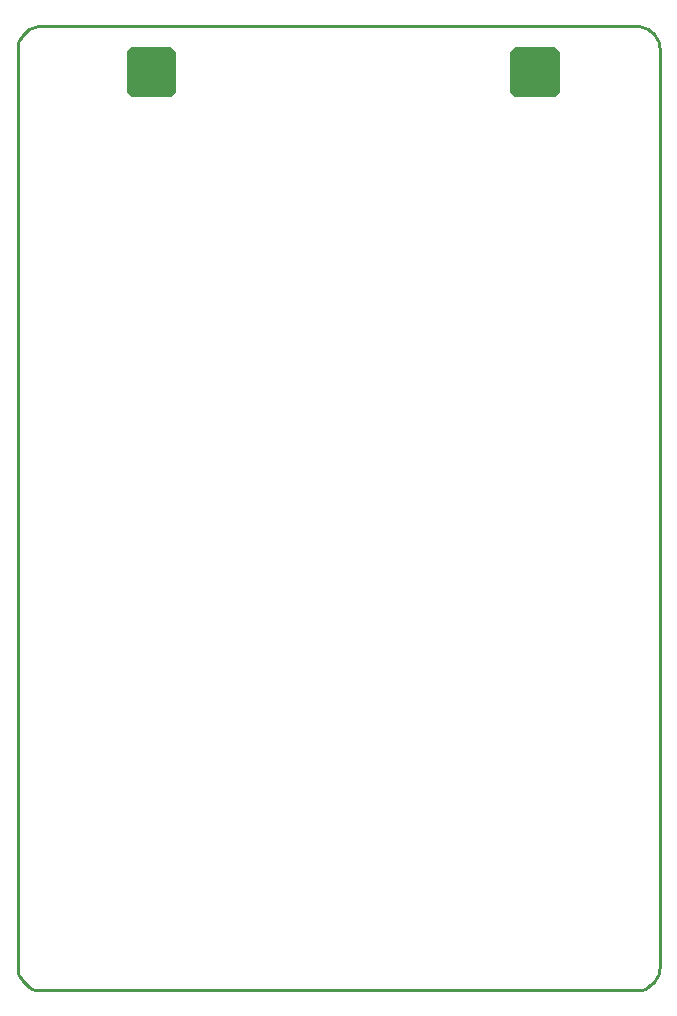
<source format=gko>
G04*
G04 #@! TF.GenerationSoftware,Altium Limited,Altium Designer,23.8.1 (32)*
G04*
G04 Layer_Color=16711935*
%FSLAX44Y44*%
%MOMM*%
G71*
G04*
G04 #@! TF.SameCoordinates,C7883470-4D28-45A4-81C0-78593BF10AE1*
G04*
G04*
G04 #@! TF.FilePolarity,Positive*
G04*
G01*
G75*
%ADD14C,0.2540*%
G36*
X988882Y1512038D02*
X985072Y1508228D01*
Y1474192D01*
X988882Y1470382D01*
X1022918D01*
X1026728Y1474192D01*
Y1508228D01*
X1022918Y1512038D01*
X988882D01*
D02*
G37*
G36*
X1347918D02*
X1351728Y1508228D01*
Y1474192D01*
X1347918Y1470382D01*
X1313882D01*
X1310072Y1474192D01*
Y1508228D01*
X1313882Y1512038D01*
X1347918D01*
D02*
G37*
D14*
X1436370Y1510350D02*
X1436199Y1512961D01*
X1435688Y1515526D01*
X1434848Y1518004D01*
X1433690Y1520350D01*
X1432237Y1522525D01*
X1430512Y1524492D01*
X1428545Y1526217D01*
X1426370Y1527670D01*
X1424024Y1528828D01*
X1421546Y1529668D01*
X1418981Y1530179D01*
X1416370Y1530350D01*
Y713740D02*
X1418981Y713911D01*
X1421546Y714421D01*
X1424024Y715262D01*
X1426370Y716420D01*
X1428545Y717873D01*
X1430512Y719598D01*
X1432237Y721565D01*
X1433690Y723740D01*
X1434848Y726086D01*
X1435688Y728564D01*
X1436199Y731130D01*
X1436370Y733740D01*
X912810Y1530350D02*
X910200Y1530179D01*
X907634Y1529668D01*
X905156Y1528828D01*
X902810Y1527670D01*
X900635Y1526217D01*
X898668Y1524492D01*
X896943Y1522525D01*
X895490Y1520350D01*
X894332Y1518004D01*
X893492Y1515526D01*
X892981Y1512961D01*
X892810Y1510350D01*
Y733740D02*
X892981Y731130D01*
X893492Y728564D01*
X894332Y726086D01*
X895490Y723740D01*
X896943Y721565D01*
X898668Y719598D01*
X900635Y717873D01*
X902810Y716420D01*
X905156Y715262D01*
X907634Y714421D01*
X910200Y713911D01*
X912810Y713740D01*
X1416370D01*
X912810Y1530350D02*
X1416370D01*
X1436370Y733740D02*
Y1510350D01*
X892810Y733740D02*
Y1510350D01*
M02*

</source>
